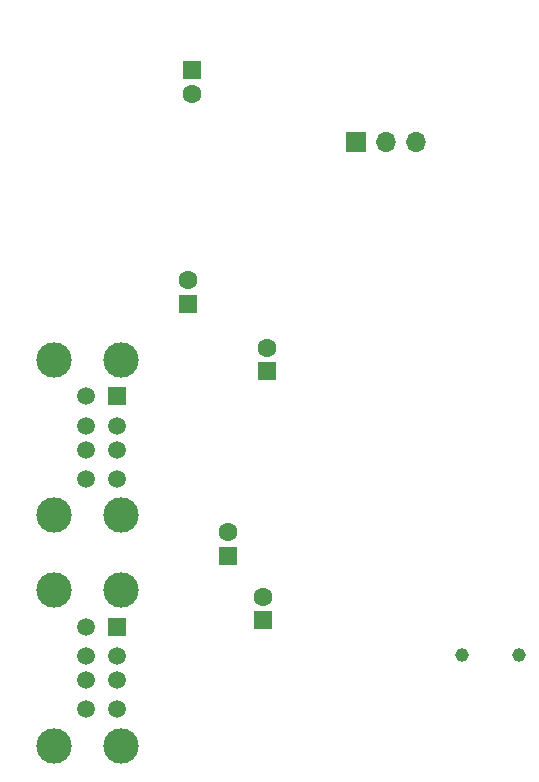
<source format=gbs>
%TF.GenerationSoftware,KiCad,Pcbnew,(6.0.10)*%
%TF.CreationDate,2023-01-17T15:39:30+01:00*%
%TF.ProjectId,kvm,6b766d2e-6b69-4636-9164-5f7063625858,v01*%
%TF.SameCoordinates,Original*%
%TF.FileFunction,Soldermask,Bot*%
%TF.FilePolarity,Negative*%
%FSLAX46Y46*%
G04 Gerber Fmt 4.6, Leading zero omitted, Abs format (unit mm)*
G04 Created by KiCad (PCBNEW (6.0.10)) date 2023-01-17 15:39:30*
%MOMM*%
%LPD*%
G01*
G04 APERTURE LIST*
%ADD10R,1.500000X1.500000*%
%ADD11C,1.500000*%
%ADD12C,3.000000*%
%ADD13R,1.600000X1.600000*%
%ADD14C,1.600000*%
%ADD15C,0.001000*%
%ADD16R,1.700000X1.700000*%
%ADD17O,1.700000X1.700000*%
%ADD18C,1.155000*%
G04 APERTURE END LIST*
D10*
X74825000Y-76129000D03*
D11*
X74825000Y-78629000D03*
X74825000Y-80629000D03*
X74825000Y-83129000D03*
X72205000Y-76129000D03*
X72205000Y-78629000D03*
X72205000Y-80629000D03*
X72205000Y-83129000D03*
D12*
X75175000Y-86199000D03*
X69495000Y-73059000D03*
X75175000Y-73059000D03*
X69495000Y-86199000D03*
D13*
X80772000Y-68302339D03*
D14*
X80772000Y-66302339D03*
D15*
X65976000Y-49880000D03*
X65976000Y-44100000D03*
D13*
X87503000Y-74009000D03*
D14*
X87503000Y-72009000D03*
D16*
X95011000Y-54610000D03*
D17*
X97551000Y-54610000D03*
X100091000Y-54610000D03*
D13*
X84201000Y-89630000D03*
D14*
X84201000Y-87630000D03*
D15*
X65976000Y-64739000D03*
X65976000Y-58959000D03*
D13*
X81179500Y-48485988D03*
D14*
X81179500Y-50485988D03*
D13*
X87172800Y-95096521D03*
D14*
X87172800Y-93096521D03*
D10*
X74825000Y-95630010D03*
D11*
X74825000Y-98130010D03*
X74825000Y-100130010D03*
X74825000Y-102630010D03*
X72205000Y-95630010D03*
X72205000Y-98130010D03*
X72205000Y-100130010D03*
X72205000Y-102630010D03*
D12*
X69495000Y-92560010D03*
X75175000Y-105700010D03*
X75175000Y-92560010D03*
X69495000Y-105700010D03*
D18*
X103986000Y-98044000D03*
X108866000Y-98044000D03*
M02*

</source>
